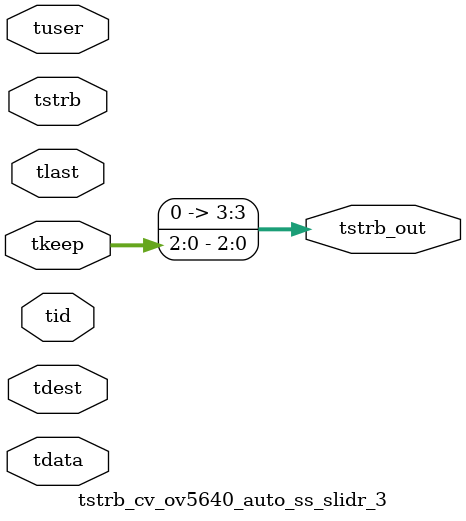
<source format=v>


`timescale 1ps/1ps

module tstrb_cv_ov5640_auto_ss_slidr_3 #
(
parameter C_S_AXIS_TDATA_WIDTH = 32,
parameter C_S_AXIS_TUSER_WIDTH = 0,
parameter C_S_AXIS_TID_WIDTH   = 0,
parameter C_S_AXIS_TDEST_WIDTH = 0,
parameter C_M_AXIS_TDATA_WIDTH = 32
)
(
input  [(C_S_AXIS_TDATA_WIDTH == 0 ? 1 : C_S_AXIS_TDATA_WIDTH)-1:0     ] tdata,
input  [(C_S_AXIS_TUSER_WIDTH == 0 ? 1 : C_S_AXIS_TUSER_WIDTH)-1:0     ] tuser,
input  [(C_S_AXIS_TID_WIDTH   == 0 ? 1 : C_S_AXIS_TID_WIDTH)-1:0       ] tid,
input  [(C_S_AXIS_TDEST_WIDTH == 0 ? 1 : C_S_AXIS_TDEST_WIDTH)-1:0     ] tdest,
input  [(C_S_AXIS_TDATA_WIDTH/8)-1:0 ] tkeep,
input  [(C_S_AXIS_TDATA_WIDTH/8)-1:0 ] tstrb,
input                                                                    tlast,
output [(C_M_AXIS_TDATA_WIDTH/8)-1:0 ] tstrb_out
);

assign tstrb_out = {tkeep[2:0]};

endmodule


</source>
